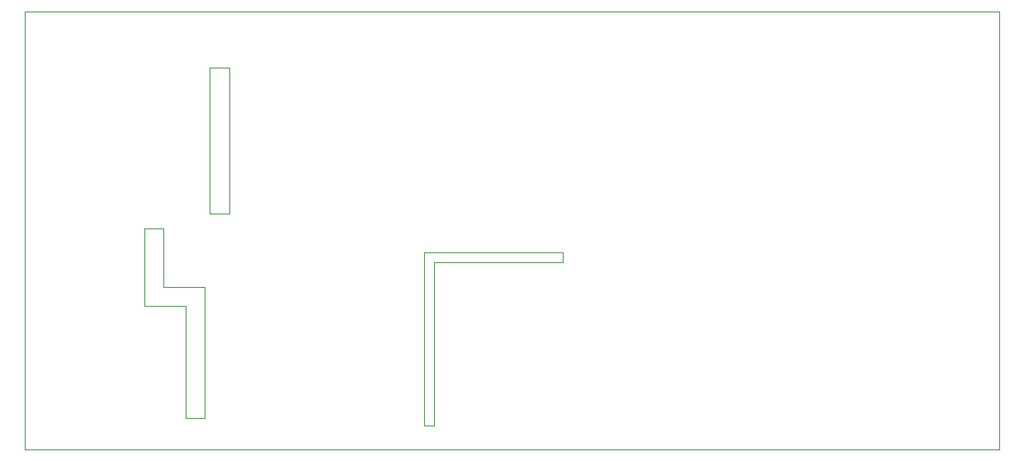
<source format=gbr>
%TF.GenerationSoftware,KiCad,Pcbnew,9.0.4-1.fc42*%
%TF.CreationDate,2025-09-28T20:56:02+03:00*%
%TF.ProjectId,ea01,65613031-2e6b-4696-9361-645f70636258,rev?*%
%TF.SameCoordinates,Original*%
%TF.FileFunction,Profile,NP*%
%FSLAX46Y46*%
G04 Gerber Fmt 4.6, Leading zero omitted, Abs format (unit mm)*
G04 Created by KiCad (PCBNEW 9.0.4-1.fc42) date 2025-09-28 20:56:02*
%MOMM*%
%LPD*%
G01*
G04 APERTURE LIST*
%TA.AperFunction,Profile*%
%ADD10C,0.050000*%
%TD*%
G04 APERTURE END LIST*
D10*
X77750000Y-71250000D02*
X77750000Y-79250000D01*
X120750000Y-73750000D02*
X120750000Y-74750000D01*
X86500000Y-69750000D02*
X86500000Y-54750000D01*
X84000000Y-77250000D02*
X80000000Y-77250000D01*
X84500000Y-69750000D02*
X84500000Y-69750000D01*
X86250000Y-69750000D02*
X86500000Y-69750000D01*
X120750000Y-74750000D02*
X107500000Y-74750000D01*
X84500000Y-69750000D02*
X84500000Y-68250000D01*
X86250000Y-54750000D02*
X84500000Y-54750000D01*
X107500000Y-74750000D02*
X107500000Y-91500000D01*
X79750000Y-71250000D02*
X77750000Y-71250000D01*
X65500000Y-49000000D02*
X165500000Y-49000000D01*
X107500000Y-73750000D02*
X106500000Y-73750000D01*
X106500000Y-73750000D02*
X106500000Y-91500000D01*
X84500000Y-69750000D02*
X86250000Y-69750000D01*
X82000000Y-79250000D02*
X82000000Y-90750000D01*
X65500000Y-94000000D02*
X65500000Y-49000000D01*
X106500000Y-91500000D02*
X107500000Y-91500000D01*
X165500000Y-49000000D02*
X165500000Y-94000000D01*
X84000000Y-90750000D02*
X84000000Y-77250000D01*
X79750000Y-77250000D02*
X79750000Y-71250000D01*
X84500000Y-68250000D02*
X84500000Y-54750000D01*
X107500000Y-73750000D02*
X120750000Y-73750000D01*
X77750000Y-79250000D02*
X82000000Y-79250000D01*
X79750000Y-77250000D02*
X80000000Y-77250000D01*
X165500000Y-94000000D02*
X65500000Y-94000000D01*
X82000000Y-90750000D02*
X84000000Y-90750000D01*
X86250000Y-54750000D02*
X86500000Y-54750000D01*
M02*

</source>
